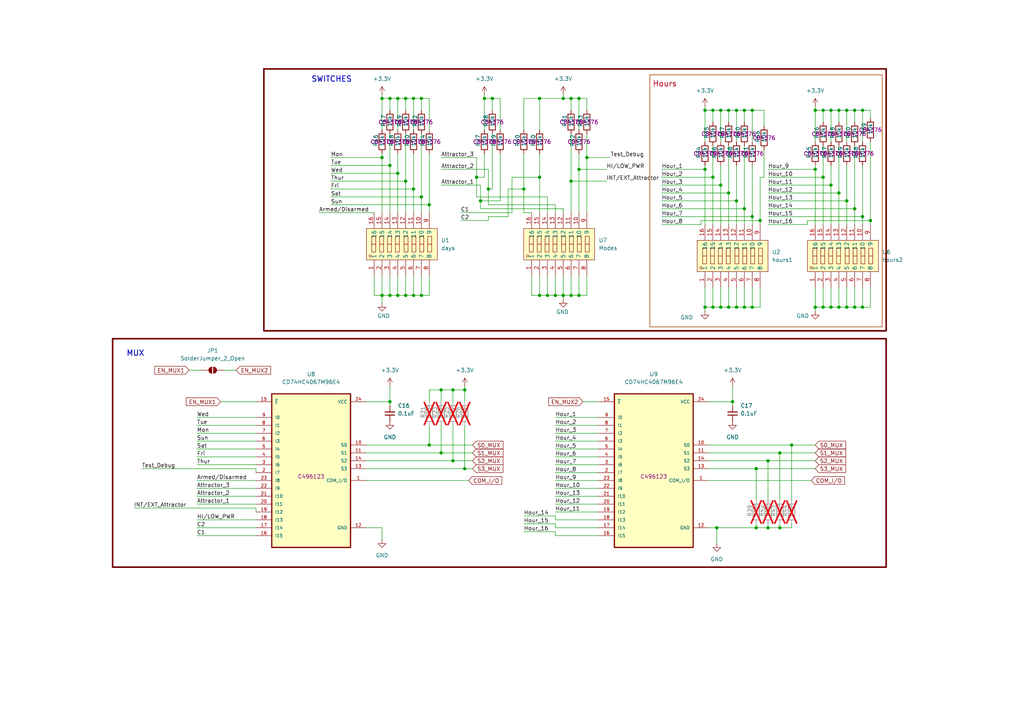
<source format=kicad_sch>
(kicad_sch (version 20250114) (generator "eeschema") (generator_version "9.0")
  (paper "User" 330.2 228.6)
  (rectangle (start 209.55 24.13) (end 284.48 105.41) (stroke (width 0.2032) (color 170 68 0 1)))
  (rectangle (start 36.322 109.22) (end 285.75 182.88) (stroke (width 0.508) (color 110 0 0 1)))
  (rectangle (start 85.09 22.225) (end 285.75 106.68) (stroke (width 0.508) (color 110 0 0 1)))
  (text "MUX\n" (at 43.688 114.046 0) (effects (font (size 1.778 1.778) (thickness 0.254) (bold yes))))
  (text "Hours\n" (at 214.376 27.178 0) (effects (font (size 1.778 1.778) (thickness 0.254) (bold yes))))
  (text "SWITCHES" (at 106.934 25.654 0) (effects (font (size 1.778 1.778) (thickness 0.254) (bold yes))))
  (junction (at 128.27 95.25))
  (junction (at 153.67 57.15))
  (junction (at 168.91 60.96))
  (junction (at 142.24 146.05))
  (junction (at 236.22 129.54))
  (junction (at 243.84 151.13))
  (junction (at 173.99 31.75))
  (junction (at 179.07 95.25))
  (junction (at 267.97 35.56))
  (junction (at 123.19 50.8))
  (junction (at 125.73 95.25))
  (junction (at 267.97 59.69))
  (junction (at 240.03 67.31))
  (junction (at 142.24 125.73))
  (junction (at 231.14 170.18))
  (junction (at 275.59 67.31))
  (junction (at 135.89 95.25))
  (junction (at 273.05 64.77))
  (junction (at 135.89 31.75))
  (junction (at 125.73 129.54))
  (junction (at 123.19 95.25))
  (junction (at 156.21 31.75))
  (junction (at 245.11 71.12))
  (junction (at 280.67 71.12))
  (junction (at 189.23 50.8))
  (junction (at 184.15 95.25))
  (junction (at 273.05 99.06))
  (junction (at 181.61 95.25))
  (junction (at 237.49 99.06))
  (junction (at 135.89 63.5))
  (junction (at 181.61 31.75))
  (junction (at 149.86 125.73))
  (junction (at 138.43 66.04))
  (junction (at 149.86 151.13))
  (junction (at 130.81 58.42))
  (junction (at 154.94 64.77))
  (junction (at 273.05 35.56))
  (junction (at 247.65 170.18))
  (junction (at 158.75 31.75))
  (junction (at 278.13 69.85))
  (junction (at 184.15 58.42))
  (junction (at 173.99 95.25))
  (junction (at 265.43 99.06))
  (junction (at 275.59 99.06))
  (junction (at 227.33 54.61))
  (junction (at 229.87 57.15))
  (junction (at 265.43 35.56))
  (junction (at 128.27 55.88))
  (junction (at 229.87 99.06))
  (junction (at 125.73 31.75))
  (junction (at 186.69 31.75))
  (junction (at 232.41 99.06))
  (junction (at 243.84 170.18))
  (junction (at 234.95 35.56))
  (junction (at 242.57 35.56))
  (junction (at 229.87 35.56))
  (junction (at 130.81 95.25))
  (junction (at 186.69 95.25))
  (junction (at 133.35 95.25))
  (junction (at 133.35 60.96))
  (junction (at 237.49 64.77))
  (junction (at 146.05 148.59))
  (junction (at 128.27 31.75))
  (junction (at 240.03 35.56))
  (junction (at 240.03 99.06))
  (junction (at 242.57 99.06))
  (junction (at 157.48 60.96))
  (junction (at 267.97 99.06))
  (junction (at 278.13 99.06))
  (junction (at 270.51 99.06))
  (junction (at 262.89 54.61))
  (junction (at 262.89 99.06))
  (junction (at 265.43 57.15))
  (junction (at 146.05 125.73))
  (junction (at 125.73 53.34))
  (junction (at 255.27 143.51))
  (junction (at 138.43 143.51))
  (junction (at 232.41 59.69))
  (junction (at 270.51 35.56))
  (junction (at 275.59 35.56))
  (junction (at 262.89 35.56))
  (junction (at 234.95 99.06))
  (junction (at 278.13 35.56))
  (junction (at 232.41 35.56))
  (junction (at 227.33 99.06))
  (junction (at 242.57 69.85))
  (junction (at 133.35 31.75))
  (junction (at 270.51 62.23))
  (junction (at 247.65 148.59))
  (junction (at 234.95 62.23))
  (junction (at 184.15 31.75))
  (junction (at 237.49 35.56))
  (junction (at 251.46 146.05))
  (junction (at 176.53 95.25))
  (junction (at 186.69 54.61))
  (junction (at 123.19 31.75))
  (junction (at 251.46 170.18))
  (junction (at 130.81 31.75))
  (junction (at 227.33 35.56))
  (junction (at 173.99 57.15))
  (wire (pts (xy 242.57 99.06) (xy 245.11 99.06)))
  (wire (pts (xy 228.6 170.18) (xy 231.14 170.18)))
  (wire (pts (xy 270.51 99.06) (xy 267.97 99.06)))
  (wire (pts (xy 184.15 95.25) (xy 181.61 95.25)))
  (wire (pts (xy 179.07 157.48) (xy 193.04 157.48)))
  (wire (pts (xy 157.48 54.61) (xy 157.48 60.96)))
  (wire (pts (xy 118.11 148.59) (xy 146.05 148.59)))
  (wire (pts (xy 275.59 39.37) (xy 275.59 35.56)))
  (wire (pts (xy 270.51 35.56) (xy 267.97 35.56)))
  (wire (pts (xy 186.69 31.75) (xy 184.15 31.75)))
  (wire (pts (xy 148.59 68.58) (xy 165.1 68.58)))
  (wire (pts (xy 171.45 95.25) (xy 173.99 95.25)))
  (wire (pts (xy 243.84 170.18) (xy 247.65 170.18)))
  (wire (pts (xy 138.43 41.91) (xy 138.43 31.75)))
  (wire (pts (xy 130.81 31.75) (xy 128.27 31.75)))
  (wire (pts (xy 142.24 146.05) (xy 152.4 146.05)))
  (wire (pts (xy 181.61 67.31) (xy 181.61 68.58)))
  (wire (pts (xy 161.29 31.75) (xy 158.75 31.75)))
  (wire (pts (xy 165.1 57.15) (xy 173.99 57.15)))
  (wire (pts (xy 189.23 31.75) (xy 186.69 31.75)))
  (wire (pts (xy 229.87 46.99) (xy 229.87 57.15)))
  (wire (pts (xy 243.84 151.13) (xy 243.84 161.29)))
  (wire (pts (xy 154.94 67.31) (xy 181.61 67.31)))
  (wire (pts (xy 242.57 92.71) (xy 242.57 99.06)))
  (wire (pts (xy 232.41 59.69) (xy 232.41 72.39)))
  (wire (pts (xy 156.21 31.75) (xy 156.21 41.91)))
  (wire (pts (xy 228.6 143.51) (xy 255.27 143.51)))
  (wire (pts (xy 153.67 57.15) (xy 153.67 63.5)))
  (wire (pts (xy 227.33 34.29) (xy 227.33 35.56)))
  (wire (pts (xy 260.35 72.39) (xy 260.35 71.12)))
  (wire (pts (xy 168.91 68.58) (xy 171.45 68.58)))
  (wire (pts (xy 247.65 168.91) (xy 247.65 170.18)))
  (wire (pts (xy 236.22 129.54) (xy 236.22 130.81)))
  (wire (pts (xy 118.11 146.05) (xy 142.24 146.05)))
  (wire (pts (xy 149.86 125.73) (xy 146.05 125.73)))
  (wire (pts (xy 260.35 71.12) (xy 280.67 71.12)))
  (wire (pts (xy 142.24 59.69) (xy 154.94 59.69)))
  (wire (pts (xy 275.59 46.99) (xy 275.59 67.31)))
  (wire (pts (xy 232.41 99.06) (xy 229.87 99.06)))
  (wire (pts (xy 213.36 69.85) (xy 242.57 69.85)))
  (wire (pts (xy 106.68 66.04) (xy 138.43 66.04)))
  (wire (pts (xy 231.14 170.18) (xy 231.14 175.26)))
  (wire (pts (xy 229.87 57.15) (xy 229.87 72.39)))
  (wire (pts (xy 118.11 170.18) (xy 123.19 170.18)))
  (wire (pts (xy 242.57 35.56) (xy 246.38 35.56)))
  (wire (pts (xy 275.59 92.71) (xy 275.59 99.06)))
  (wire (pts (xy 168.91 166.37) (xy 179.07 166.37)))
  (wire (pts (xy 267.97 59.69) (xy 267.97 72.39)))
  (wire (pts (xy 242.57 69.85) (xy 242.57 72.39)))
  (wire (pts (xy 229.87 92.71) (xy 229.87 99.06)))
  (wire (pts (xy 267.97 99.06) (xy 265.43 99.06)))
  (wire (pts (xy 106.68 53.34) (xy 125.73 53.34)))
  (wire (pts (xy 148.59 71.12) (xy 157.48 71.12)))
  (wire (pts (xy 186.69 54.61) (xy 186.69 68.58)))
  (wire (pts (xy 123.19 95.25) (xy 123.19 97.79)))
  (wire (pts (xy 154.94 59.69) (xy 154.94 64.77)))
  (wire (pts (xy 125.73 31.75) (xy 125.73 35.56)))
  (wire (pts (xy 226.06 71.12) (xy 245.11 71.12)))
  (wire (pts (xy 179.07 160.02) (xy 193.04 160.02)))
  (wire (pts (xy 237.49 35.56) (xy 237.49 45.72)))
  (wire (pts (xy 184.15 58.42) (xy 184.15 68.58)))
  (wire (pts (xy 173.99 31.75) (xy 181.61 31.75)))
  (wire (pts (xy 168.91 49.53) (xy 168.91 60.96)))
  (wire (pts (xy 184.15 31.75) (xy 181.61 31.75)))
  (wire (pts (xy 251.46 146.05) (xy 262.89 146.05)))
  (wire (pts (xy 237.49 99.06) (xy 234.95 99.06)))
  (wire (pts (xy 63.5 167.64) (xy 82.55 167.64)))
  (wire (pts (xy 273.05 35.56) (xy 275.59 35.56)))
  (wire (pts (xy 278.13 35.56) (xy 278.13 45.72)))
  (wire (pts (xy 273.05 35.56) (xy 273.05 45.72)))
  (wire (pts (xy 163.83 60.96) (xy 168.91 60.96)))
  (wire (pts (xy 251.46 168.91) (xy 251.46 170.18)))
  (wire (pts (xy 255.27 143.51) (xy 255.27 161.29)))
  (wire (pts (xy 273.05 92.71) (xy 273.05 99.06)))
  (wire (pts (xy 245.11 92.71) (xy 245.11 99.06)))
  (wire (pts (xy 242.57 99.06) (xy 240.03 99.06)))
  (wire (pts (xy 275.59 99.06) (xy 273.05 99.06)))
  (wire (pts (xy 120.65 88.9) (xy 120.65 95.25)))
  (wire (pts (xy 133.35 88.9) (xy 133.35 95.25)))
  (wire (pts (xy 133.35 31.75) (xy 133.35 41.91)))
  (wire (pts (xy 262.89 35.56) (xy 262.89 45.72)))
  (wire (pts (xy 173.99 49.53) (xy 173.99 57.15)))
  (wire (pts (xy 240.03 92.71) (xy 240.03 99.06)))
  (wire (pts (xy 273.05 64.77) (xy 273.05 72.39)))
  (wire (pts (xy 157.48 60.96) (xy 157.48 66.04)))
  (wire (pts (xy 125.73 124.46) (xy 125.73 129.54)))
  (wire (pts (xy 278.13 69.85) (xy 278.13 72.39)))
  (wire (pts (xy 149.86 137.16) (xy 149.86 151.13)))
  (wire (pts (xy 179.07 172.72) (xy 193.04 172.72)))
  (wire (pts (xy 255.27 143.51) (xy 262.89 143.51)))
  (wire (pts (xy 154.94 64.77) (xy 161.29 64.77)))
  (wire (pts (xy 280.67 35.56) (xy 280.67 38.1)))
  (wire (pts (xy 240.03 35.56) (xy 242.57 35.56)))
  (wire (pts (xy 246.38 57.15) (xy 245.11 57.15)))
  (wire (pts (xy 82.55 151.13) (xy 82.55 152.4)))
  (wire (pts (xy 228.6 151.13) (xy 243.84 151.13)))
  (wire (pts (xy 267.97 92.71) (xy 267.97 99.06)))
  (wire (pts (xy 63.5 134.62) (xy 82.55 134.62)))
  (wire (pts (xy 227.33 53.34) (xy 227.33 54.61)))
  (wire (pts (xy 179.07 168.91) (xy 179.07 170.18)))
  (wire (pts (xy 63.5 144.78) (xy 82.55 144.78)))
  (wire (pts (xy 173.99 95.25) (xy 176.53 95.25)))
  (wire (pts (xy 273.05 35.56) (xy 270.51 35.56)))
  (wire (pts (xy 71.12 129.54) (xy 82.55 129.54)))
  (wire (pts (xy 138.43 68.58) (xy 138.43 66.04)))
  (wire (pts (xy 173.99 88.9) (xy 173.99 95.25)))
  (wire (pts (xy 130.81 88.9) (xy 130.81 95.25)))
  (wire (pts (xy 243.84 168.91) (xy 243.84 170.18)))
  (wire (pts (xy 226.06 72.39) (xy 226.06 71.12)))
  (wire (pts (xy 242.57 53.34) (xy 242.57 69.85)))
  (wire (pts (xy 125.73 88.9) (xy 125.73 95.25)))
  (wire (pts (xy 135.89 88.9) (xy 135.89 95.25)))
  (wire (pts (xy 157.48 66.04) (xy 179.07 66.04)))
  (wire (pts (xy 138.43 49.53) (xy 138.43 66.04)))
  (wire (pts (xy 229.87 35.56) (xy 229.87 39.37)))
  (wire (pts (xy 179.07 95.25) (xy 181.61 95.25)))
  (wire (pts (xy 232.41 35.56) (xy 232.41 45.72)))
  (wire (pts (xy 251.46 146.05) (xy 251.46 161.29)))
  (wire (pts (xy 270.51 62.23) (xy 270.51 72.39)))
  (wire (pts (xy 262.89 92.71) (xy 262.89 99.06)))
  (wire (pts (xy 179.07 165.1) (xy 193.04 165.1)))
  (wire (pts (xy 130.81 58.42) (xy 130.81 68.58)))
  (wire (pts (xy 63.5 137.16) (xy 82.55 137.16)))
  (wire (pts (xy 247.65 72.39) (xy 260.35 72.39)))
  (wire (pts (xy 168.91 168.91) (xy 179.07 168.91)))
  (wire (pts (xy 106.68 55.88) (xy 128.27 55.88)))
  (wire (pts (xy 179.07 144.78) (xy 193.04 144.78)))
  (wire (pts (xy 179.07 154.94) (xy 193.04 154.94)))
  (wire (pts (xy 186.69 31.75) (xy 186.69 41.91)))
  (wire (pts (xy 186.69 95.25) (xy 184.15 95.25)))
  (wire (pts (xy 142.24 125.73) (xy 138.43 125.73)))
  (wire (pts (xy 125.73 43.18) (xy 125.73 53.34)))
  (wire (pts (xy 63.5 154.94) (xy 82.55 154.94)))
  (wire (pts (xy 133.35 49.53) (xy 133.35 60.96)))
  (wire (pts (xy 153.67 63.5) (xy 176.53 63.5)))
  (wire (pts (xy 234.95 92.71) (xy 234.95 99.06)))
  (wire (pts (xy 158.75 43.18) (xy 158.75 60.96)))
  (wire (pts (xy 189.23 88.9) (xy 189.23 95.25)))
  (wire (pts (xy 135.89 63.5) (xy 135.89 68.58)))
  (wire (pts (xy 63.5 160.02) (xy 82.55 160.02)))
  (wire (pts (xy 243.84 151.13) (xy 262.89 151.13)))
  (wire (pts (xy 267.97 35.56) (xy 267.97 45.72)))
  (wire (pts (xy 125.73 31.75) (xy 123.19 31.75)))
  (wire (pts (xy 270.51 46.99) (xy 270.51 62.23)))
  (wire (pts (xy 158.75 31.75) (xy 158.75 35.56)))
  (wire (pts (xy 280.67 71.12) (xy 280.67 72.39)))
  (wire (pts (xy 128.27 55.88) (xy 128.27 68.58)))
  (wire (pts (xy 179.07 139.7) (xy 193.04 139.7)))
  (wire (pts (xy 231.14 170.18) (xy 243.84 170.18)))
  (wire (pts (xy 229.87 35.56) (xy 227.33 35.56)))
  (wire (pts (xy 153.67 57.15) (xy 156.21 57.15)))
  (wire (pts (xy 161.29 31.75) (xy 161.29 41.91)))
  (wire (pts (xy 213.36 54.61) (xy 227.33 54.61)))
  (wire (pts (xy 265.43 57.15) (xy 265.43 72.39)))
  (wire (pts (xy 146.05 129.54) (xy 146.05 125.73)))
  (wire (pts (xy 157.48 69.85) (xy 157.48 71.12)))
  (wire (pts (xy 232.41 35.56) (xy 229.87 35.56)))
  (wire (pts (xy 247.65 69.85) (xy 278.13 69.85)))
  (wire (pts (xy 237.49 53.34) (xy 237.49 64.77)))
  (wire (pts (xy 228.6 146.05) (xy 251.46 146.05)))
  (wire (pts (xy 102.87 68.58) (xy 120.65 68.58)))
  (wire (pts (xy 229.87 99.06) (xy 227.33 99.06)))
  (wire (pts (xy 196.85 50.8) (xy 189.23 50.8)))
  (wire (pts (xy 138.43 95.25) (xy 135.89 95.25)))
  (wire (pts (xy 161.29 49.53) (xy 161.29 64.77)))
  (wire (pts (xy 179.07 137.16) (xy 193.04 137.16)))
  (wire (pts (xy 280.67 45.72) (xy 280.67 71.12)))
  (wire (pts (xy 184.15 88.9) (xy 184.15 95.25)))
  (wire (pts (xy 120.65 95.25) (xy 123.19 95.25)))
  (wire (pts (xy 186.69 88.9) (xy 186.69 95.25)))
  (wire (pts (xy 76.2 119.38) (xy 72.39 119.38)))
  (wire (pts (xy 195.58 54.61) (xy 186.69 54.61)))
  (wire (pts (xy 118.11 151.13) (xy 149.86 151.13)))
  (wire (pts (xy 63.5 149.86) (xy 82.55 149.86)))
  (wire (pts (xy 278.13 99.06) (xy 278.13 92.71)))
  (wire (pts (xy 265.43 46.99) (xy 265.43 57.15)))
  (wire (pts (xy 227.33 35.56) (xy 227.33 45.72)))
  (wire (pts (xy 232.41 53.34) (xy 232.41 59.69)))
  (wire (pts (xy 142.24 50.8) (xy 153.67 50.8)))
  (wire (pts (xy 142.24 129.54) (xy 142.24 125.73)))
  (wire (pts (xy 135.89 95.25) (xy 133.35 95.25)))
  (wire (pts (xy 246.38 35.56) (xy 246.38 40.64)))
  (wire (pts (xy 118.11 129.54) (xy 125.73 129.54)))
  (wire (pts (xy 213.36 57.15) (xy 229.87 57.15)))
  (wire (pts (xy 173.99 31.75) (xy 173.99 41.91)))
  (wire (pts (xy 176.53 88.9) (xy 176.53 95.25)))
  (wire (pts (xy 273.05 53.34) (xy 273.05 64.77)))
  (wire (pts (xy 128.27 95.25) (xy 125.73 95.25)))
  (wire (pts (xy 118.11 154.94) (xy 151.13 154.94)))
  (wire (pts (xy 237.49 92.71) (xy 237.49 99.06)))
  (wire (pts (xy 278.13 99.06) (xy 280.67 99.06)))
  (wire (pts (xy 227.33 99.06) (xy 227.33 100.33)))
  (wire (pts (xy 237.49 64.77) (xy 237.49 72.39)))
  (wire (pts (xy 236.22 124.46) (xy 236.22 129.54)))
  (wire (pts (xy 157.48 60.96) (xy 158.75 60.96)))
  (wire (pts (xy 262.89 53.34) (xy 262.89 54.61)))
  (wire (pts (xy 168.91 31.75) (xy 168.91 41.91)))
  (wire (pts (xy 179.07 171.45) (xy 179.07 172.72)))
  (wire (pts (xy 228.6 154.94) (xy 261.62 154.94)))
  (wire (pts (xy 138.43 143.51) (xy 152.4 143.51)))
  (wire (pts (xy 128.27 31.75) (xy 128.27 41.91)))
  (wire (pts (xy 171.45 88.9) (xy 171.45 95.25)))
  (wire (pts (xy 157.48 69.85) (xy 163.83 69.85)))
  (wire (pts (xy 189.23 95.25) (xy 186.69 95.25)))
  (wire (pts (xy 267.97 53.34) (xy 267.97 59.69)))
  (wire (pts (xy 123.19 31.75) (xy 123.19 41.91)))
  (wire (pts (xy 130.81 43.18) (xy 130.81 58.42)))
  (wire (pts (xy 246.38 48.26) (xy 246.38 57.15)))
  (wire (pts (xy 138.43 129.54) (xy 138.43 125.73)))
  (wire (pts (xy 247.65 64.77) (xy 273.05 64.77)))
  (wire (pts (xy 240.03 39.37) (xy 240.03 35.56)))
  (wire (pts (xy 168.91 60.96) (xy 168.91 68.58)))
  (wire (pts (xy 189.23 31.75) (xy 189.23 35.56)))
  (wire (pts (xy 123.19 170.18) (xy 123.19 173.99)))
  (wire (pts (xy 179.07 149.86) (xy 193.04 149.86)))
  (wire (pts (xy 146.05 148.59) (xy 152.4 148.59)))
  (wire (pts (xy 232.41 92.71) (xy 232.41 99.06)))
  (wire (pts (xy 123.19 49.53) (xy 123.19 50.8)))
  (wire (pts (xy 179.07 66.04) (xy 179.07 68.58)))
  (wire (pts (xy 179.07 88.9) (xy 179.07 95.25)))
  (wire (pts (xy 63.5 170.18) (xy 82.55 170.18)))
  (wire (pts (xy 265.43 99.06) (xy 262.89 99.06)))
  (wire (pts (xy 179.07 166.37) (xy 179.07 167.64)))
  (wire (pts (xy 142.24 137.16) (xy 142.24 146.05)))
  (wire (pts (xy 165.1 68.58) (xy 165.1 57.15)))
  (wire (pts (xy 262.89 34.29) (xy 262.89 35.56)))
  (wire (pts (xy 82.55 163.83) (xy 82.55 165.1)))
  (wire (pts (xy 128.27 49.53) (xy 128.27 55.88)))
  (wire (pts (xy 242.57 45.72) (xy 242.57 35.56)))
  (wire (pts (xy 213.36 64.77) (xy 237.49 64.77)))
  (wire (pts (xy 234.95 35.56) (xy 232.41 35.56)))
  (wire (pts (xy 118.11 143.51) (xy 138.43 143.51)))
  (wire (pts (xy 179.07 142.24) (xy 193.04 142.24)))
  (wire (pts (xy 128.27 88.9) (xy 128.27 95.25)))
  (wire (pts (xy 106.68 63.5) (xy 135.89 63.5)))
  (wire (pts (xy 142.24 125.73) (xy 146.05 125.73)))
  (wire (pts (xy 262.89 54.61) (xy 262.89 72.39)))
  (wire (pts (xy 187.96 129.54) (xy 193.04 129.54)))
  (wire (pts (xy 213.36 59.69) (xy 232.41 59.69)))
  (wire (pts (xy 227.33 92.71) (xy 227.33 99.06)))
  (wire (pts (xy 43.18 163.83) (xy 82.55 163.83)))
  (wire (pts (xy 133.35 31.75) (xy 130.81 31.75)))
  (wire (pts (xy 184.15 43.18) (xy 184.15 58.42)))
  (wire (pts (xy 146.05 137.16) (xy 146.05 148.59)))
  (wire (pts (xy 123.19 30.48) (xy 123.19 31.75)))
  (wire (pts (xy 179.07 170.18) (xy 193.04 170.18)))
  (wire (pts (xy 63.5 157.48) (xy 82.55 157.48)))
  (wire (pts (xy 234.95 99.06) (xy 232.41 99.06)))
  (wire (pts (xy 265.43 92.71) (xy 265.43 99.06)))
  (wire (pts (xy 247.65 148.59) (xy 262.89 148.59)))
  (wire (pts (xy 106.68 58.42) (xy 130.81 58.42)))
  (wire (pts (xy 106.68 50.8) (xy 123.19 50.8)))
  (wire (pts (xy 234.95 46.99) (xy 234.95 62.23)))
  (wire (pts (xy 184.15 31.75) (xy 184.15 35.56)))
  (wire (pts (xy 138.43 137.16) (xy 138.43 143.51)))
  (wire (pts (xy 179.07 147.32) (xy 193.04 147.32)))
  (wire (pts (xy 278.13 35.56) (xy 280.67 35.56)))
  (wire (pts (xy 179.07 162.56) (xy 193.04 162.56)))
  (wire (pts (xy 189.23 43.18) (xy 189.23 50.8)))
  (wire (pts (xy 240.03 99.06) (xy 237.49 99.06)))
  (wire (pts (xy 179.07 134.62) (xy 193.04 134.62)))
  (wire (pts (xy 153.67 50.8) (xy 153.67 57.15)))
  (wire (pts (xy 135.89 43.18) (xy 135.89 63.5)))
  (wire (pts (xy 133.35 31.75) (xy 135.89 31.75)))
  (wire (pts (xy 163.83 69.85) (xy 163.83 60.96)))
  (wire (pts (xy 63.5 142.24) (xy 82.55 142.24)))
  (wire (pts (xy 168.91 171.45) (xy 179.07 171.45)))
  (wire (pts (xy 176.53 63.5) (xy 176.53 68.58)))
  (wire (pts (xy 154.94 64.77) (xy 154.94 67.31)))
  (wire (pts (xy 227.33 54.61) (xy 227.33 72.39)))
  (wire (pts (xy 135.89 31.75) (xy 138.43 31.75)))
  (wire (pts (xy 270.51 35.56) (xy 270.51 39.37)))
  (wire (pts (xy 130.81 95.25) (xy 128.27 95.25)))
  (wire (pts (xy 213.36 62.23) (xy 234.95 62.23)))
  (wire (pts (xy 251.46 170.18) (xy 255.27 170.18)))
  (wire (pts (xy 247.65 67.31) (xy 275.59 67.31)))
  (wire (pts (xy 130.81 31.75) (xy 130.81 35.56)))
  (wire (pts (xy 275.59 99.06) (xy 278.13 99.06)))
  (wire (pts (xy 149.86 124.46) (xy 149.86 125.73)))
  (wire (pts (xy 267.97 35.56) (xy 265.43 35.56)))
  (wire (pts (xy 149.86 129.54) (xy 149.86 125.73)))
  (wire (pts (xy 138.43 88.9) (xy 138.43 95.25)))
  (wire (pts (xy 158.75 31.75) (xy 156.21 31.75)))
  (wire (pts (xy 125.73 95.25) (xy 123.19 95.25)))
  (wire (pts (xy 265.43 35.56) (xy 262.89 35.56)))
  (wire (pts (xy 125.73 129.54) (xy 125.73 130.81)))
  (wire (pts (xy 173.99 31.75) (xy 168.91 31.75)))
  (wire (pts (xy 189.23 50.8) (xy 189.23 68.58)))
  (wire (pts (xy 63.5 147.32) (xy 82.55 147.32)))
  (wire (pts (xy 234.95 62.23) (xy 234.95 72.39)))
  (wire (pts (xy 228.6 148.59) (xy 247.65 148.59)))
  (wire (pts (xy 247.65 59.69) (xy 267.97 59.69)))
  (wire (pts (xy 247.65 148.59) (xy 247.65 161.29)))
  (wire (pts (xy 240.03 67.31) (xy 240.03 72.39)))
  (wire (pts (xy 228.6 129.54) (xy 236.22 129.54)))
  (wire (pts (xy 142.24 54.61) (xy 157.48 54.61)))
  (wire (pts (xy 135.89 35.56) (xy 135.89 31.75)))
  (wire (pts (xy 63.5 162.56) (xy 82.55 162.56)))
  (wire (pts (xy 63.5 139.7) (xy 82.55 139.7)))
  (wire (pts (xy 237.49 35.56) (xy 240.03 35.56)))
  (wire (pts (xy 123.19 88.9) (xy 123.19 95.25)))
  (wire (pts (xy 213.36 67.31) (xy 240.03 67.31)))
  (wire (pts (xy 234.95 35.56) (xy 234.95 39.37)))
  (wire (pts (xy 245.11 57.15) (xy 245.11 71.12)))
  (wire (pts (xy 133.35 95.25) (xy 130.81 95.25)))
  (wire (pts (xy 106.68 60.96) (xy 133.35 60.96)))
  (wire (pts (xy 125.73 53.34) (xy 125.73 68.58)))
  (wire (pts (xy 123.19 50.8) (xy 123.19 68.58)))
  (wire (pts (xy 278.13 53.34) (xy 278.13 69.85)))
  (wire (pts (xy 128.27 31.75) (xy 125.73 31.75)))
  (wire (pts (xy 247.65 54.61) (xy 262.89 54.61)))
  (wire (pts (xy 173.99 57.15) (xy 173.99 68.58)))
  (wire (pts (xy 186.69 49.53) (xy 186.69 54.61)))
  (wire (pts (xy 247.65 57.15) (xy 265.43 57.15)))
  (wire (pts (xy 280.67 99.06) (xy 280.67 92.71)))
  (wire (pts (xy 133.35 60.96) (xy 133.35 68.58)))
  (wire (pts (xy 156.21 30.48) (xy 156.21 31.75)))
  (wire (pts (xy 45.72 151.13) (xy 82.55 151.13)))
  (wire (pts (xy 247.65 62.23) (xy 270.51 62.23)))
  (wire (pts (xy 60.96 119.38) (xy 64.77 119.38)))
  (wire (pts (xy 181.61 95.25) (xy 181.61 96.52)))
  (wire (pts (xy 63.5 172.72) (xy 82.55 172.72)))
  (wire (pts (xy 237.49 35.56) (xy 234.95 35.56)))
  (wire (pts (xy 179.07 152.4) (xy 193.04 152.4)))
  (wire (pts (xy 255.27 170.18) (xy 255.27 168.91)))
  (wire (pts (xy 262.89 99.06) (xy 262.89 100.33)))
  (wire (pts (xy 181.61 88.9) (xy 181.61 95.25)))
  (wire (pts (xy 270.51 92.71) (xy 270.51 99.06)))
  (wire (pts (xy 176.53 95.25) (xy 179.07 95.25)))
  (wire (pts (xy 275.59 67.31) (xy 275.59 72.39)))
  (wire (pts (xy 247.65 170.18) (xy 251.46 170.18)))
  (wire (pts (xy 179.07 167.64) (xy 193.04 167.64)))
  (wire (pts (xy 156.21 49.53) (xy 156.21 57.15)))
  (wire (pts (xy 181.61 30.48) (xy 181.61 31.75)))
  (wire (pts (xy 265.43 35.56) (xy 265.43 39.37)))
  (wire (pts (xy 240.03 46.99) (xy 240.03 67.31)))
  (wire (pts (xy 195.58 58.42) (xy 184.15 58.42)))
  (wire (pts (xy 149.86 151.13) (xy 152.4 151.13)))
  (wire (pts (xy 273.05 99.06) (xy 270.51 99.06)))
  (wire (pts (xy 245.11 71.12) (xy 245.11 72.39)))
  (wire (pts (xy 275.59 35.56) (xy 278.13 35.56)))
  (wire (pts (xy 213.36 72.39) (xy 226.06 72.39)))
  (label "Tue" (at 106.68 53.34 0))
  (label "Mon" (at 106.68 50.8 0))
  (label "INT{slash}EXT_Attractor" (at 43.18 163.83 0))
  (label "Hour_4" (at 213.36 62.23 0))
  (label "Hour_9" (at 247.65 54.61 0))
  (label "Attractor_2" (at 63.5 160.02 0))
  (label "Thur" (at 106.68 58.42 0))
  (label "C1" (at 63.5 172.72 0))
  (label "Hour_12" (at 179.07 162.56 0))
  (label "Hour_2" (at 179.07 137.16 0))
  (label "Hour_9" (at 179.07 154.94 0))
  (label "Thur" (at 63.5 149.86 0))
  (label "Hour_5" (at 179.07 144.78 0))
  (label "Hour_8" (at 179.07 152.4 0))
  (label "Hour_14" (at 168.91 166.37 0))
  (label "Wed" (at 63.5 134.62 0))
  (label "Hour_15" (at 168.91 168.91 0))
  (label "Wed" (at 106.68 55.88 0))
  (label "Hour_2" (at 213.36 57.15 0))
  (label "Armed{slash}Disarmed" (at 63.5 154.94 0))
  (label "Hour_16" (at 247.65 72.39 0))
  (label "Hour_16" (at 168.91 171.45 0))
  (label "Hour_7" (at 179.07 149.86 0))
  (label "INT{slash}EXT_Attractor" (at 195.58 58.42 0))
  (label "C1" (at 148.59 68.58 0))
  (label "C2" (at 148.59 71.12 0))
  (label "Hour_6" (at 213.36 67.31 0))
  (label "Hour_8" (at 213.36 72.39 0))
  (label "Hour_12" (at 247.65 62.23 0))
  (label "Sun" (at 106.68 66.04 0))
  (label "HI{slash}LOW_PWR" (at 195.58 54.61 0))
  (label "C2" (at 63.5 170.18 0))
  (label "Hour_7" (at 213.36 69.85 0))
  (label "Armed{slash}Disarmed" (at 102.87 68.58 0))
  (label "Hour_15" (at 247.65 69.85 0))
  (label "Hour_13" (at 247.65 64.77 0))
  (label "Hour_10" (at 179.07 157.48 0))
  (label "Sat" (at 106.68 63.5 0))
  (label "Hour_10" (at 247.65 57.15 0))
  (label "Attractor_1" (at 142.24 59.69 0))
  (label "Hour_11" (at 179.07 165.1 0))
  (label "Mon" (at 63.5 139.7 0))
  (label "Hour_1" (at 179.07 134.62 0))
  (label "Attractor_2" (at 142.24 54.61 0))
  (label "Fri" (at 63.5 147.32 0))
  (label "Hour_5" (at 213.36 64.77 0))
  (label "Sun" (at 63.5 142.24 0))
  (label "Sat" (at 63.5 144.78 0))
  (label "Test_Debug" (at 45.72 151.13 0))
  (label "Attractor_3" (at 63.5 157.48 0))
  (label "Hour_13" (at 179.07 160.02 0))
  (label "Test_Debug" (at 196.85 50.8 0))
  (label "HI{slash}LOW_PWR" (at 63.5 167.64 0))
  (label "Hour_3" (at 179.07 139.7 0))
  (label "Hour_11" (at 247.65 59.69 0))
  (label "Attractor_3" (at 142.24 50.8 0))
  (label "Hour_14" (at 247.65 67.31 0))
  (label "Fri" (at 106.68 60.96 0))
  (label "Hour_6" (at 179.07 147.32 0))
  (label "Attractor_1" (at 63.5 162.56 0))
  (label "Hour_4" (at 179.07 142.24 0))
  (label "Hour_1" (at 213.36 54.61 0))
  (label "Tue" (at 63.5 137.16 0))
  (label "Hour_3" (at 213.36 59.69 0))
  (global_label "S2_MUX" (shape input) (at 262.89 148.59 0) (property "Intersheetrefs" "${INTERSHEET_REFS}" (effects (hide yes))))
  (global_label "S1_MUX" (shape input) (at 152.4 146.05 0) (property "Intersheetrefs" "${INTERSHEET_REFS}" (effects (hide yes))))
  (global_label "S2_MUX" (shape input) (at 152.4 148.59 0) (property "Intersheetrefs" "${INTERSHEET_REFS}" (effects (hide yes))))
  (global_label "EN_MUX1" (shape input) (at 71.12 129.54 180) (property "Intersheetrefs" "${INTERSHEET_REFS}" (effects (hide yes))))
  (global_label "EN_MUX1" (shape input) (at 60.96 119.38 180) (property "Intersheetrefs" "${INTERSHEET_REFS}" (effects (hide yes))))
  (global_label "S1_MUX" (shape input) (at 262.89 146.05 0) (property "Intersheetrefs" "${INTERSHEET_REFS}" (effects (hide yes))))
  (global_label "COM_I{slash}O" (shape input) (at 151.13 154.94 0) (property "Intersheetrefs" "${INTERSHEET_REFS}" (effects (hide yes))))
  (global_label "EN_MUX2" (shape input) (at 187.96 129.54 180) (property "Intersheetrefs" "${INTERSHEET_REFS}" (effects (hide yes))))
  (global_label "S3_MUX" (shape input) (at 152.4 151.13 0) (property "Intersheetrefs" "${INTERSHEET_REFS}" (effects (hide yes))))
  (global_label "COM_I{slash}O" (shape input) (at 261.62 154.94 0) (property "Intersheetrefs" "${INTERSHEET_REFS}" (effects (hide yes))))
  (global_label "S3_MUX" (shape input) (at 262.89 151.13 0) (property "Intersheetrefs" "${INTERSHEET_REFS}" (effects (hide yes))))
  (global_label "S0_MUX" (shape input) (at 152.4 143.51 0) (property "Intersheetrefs" "${INTERSHEET_REFS}" (effects (hide yes))))
  (global_label "S0_MUX" (shape input) (at 262.89 143.51 0) (property "Intersheetrefs" "${INTERSHEET_REFS}" (effects (hide yes))))
  (global_label "EN_MUX2" (shape input) (at 76.2 119.38 0) (property "Intersheetrefs" "${INTERSHEET_REFS}" (effects (hide yes))))
  (symbol (lib_id "Device:R") (at 138.43 45.72 0) (unit 1)
    (property "Reference" "R24" (at 136.398 47.244 90) (effects (justify left)))
    (property "Value" "10k" (at 138.43 47.244 90) (effects (justify left)))
    (property "Footprint" "Resistor_SMD:R_0805_2012Metric" (effects (hide yes)))
    (property "Description" "Resistor" (effects (hide yes)))
    (property "Digikey Part No" "RR12P10.0KDTR-ND" (effects (hide yes)))
    (property "LCSC Part no " "C84376" (at 138.43 45.72 0))
  )
  (symbol (lib_id "Device:R") (at 138.43 133.35 0) (unit 1) (dnp yes)
    (property "Reference" "R21" (at 136.398 134.874 90) (effects (justify left)))
    (property "Value" "DNP" (at 138.43 134.874 90) (effects (justify left)))
    (property "Footprint" "Resistor_SMD:R_0805_2012Metric" (effects (hide yes)))
    (property "Description" "Resistor" (effects (hide yes)))
  )
  (symbol (lib_id "Device:R") (at 232.41 49.53 0) (unit 1)
    (property "Reference" "R36" (at 230.378 51.054 90) (effects (justify left)))
    (property "Value" "10k" (at 232.41 51.054 90) (effects (justify left)))
    (property "Footprint" "Resistor_SMD:R_0805_2012Metric" (effects (hide yes)))
    (property "Description" "Resistor" (effects (hide yes)))
    (property "Digikey Part No" "RR12P10.0KDTR-ND" (effects (hide yes)))
    (property "LCSC Part no " "C84376" (at 232.41 49.53 0))
  )
  (symbol (lib_id "Device:R") (at 273.05 49.53 0) (unit 1)
    (property "Reference" "R49" (at 271.018 51.054 90) (effects (justify left)))
    (property "Value" "10k" (at 273.05 51.054 90) (effects (justify left)))
    (property "Footprint" "Resistor_SMD:R_0805_2012Metric" (effects (hide yes)))
    (property "Description" "Resistor" (effects (hide yes)))
    (property "Digikey Part No" "RR12P10.0KDTR-ND" (effects (hide yes)))
    (property "LCSC Part no " "C84376" (at 273.05 49.53 0))
  )
  (symbol (lib_id "Device:R") (at 158.75 39.37 0) (unit 1)
    (property "Reference" "R28" (at 156.718 40.894 90) (effects (justify left)))
    (property "Value" "10k" (at 158.75 40.894 90) (effects (justify left)))
    (property "Footprint" "Resistor_SMD:R_0805_2012Metric" (effects (hide yes)))
    (property "Description" "Resistor" (effects (hide yes)))
    (property "Digikey Part No" "RR12P10.0KDTR-ND" (effects (hide yes)))
    (property "LCSC Part no " "C84376" (at 158.75 39.37 0))
  )
  (symbol (lib_id "Device:R") (at 186.69 45.72 0) (unit 1)
    (property "Reference" "R32" (at 184.658 47.244 90) (effects (justify left)))
    (property "Value" "10k" (at 186.69 47.244 90) (effects (justify left)))
    (property "Footprint" "Resistor_SMD:R_0805_2012Metric" (effects (hide yes)))
    (property "Description" "Resistor" (effects (hide yes)))
    (property "Digikey Part No" "RR12P10.0KDTR-ND" (effects (hide yes)))
    (property "LCSC Part no " "C84376" (at 186.69 45.72 0))
  )
  (symbol (lib_id "Device:R") (at 275.59 43.18 0) (unit 1)
    (property "Reference" "R50" (at 273.558 44.704 90) (effects (justify left)))
    (property "Value" "10k" (at 275.59 44.704 90) (effects (justify left)))
    (property "Footprint" "Resistor_SMD:R_0805_2012Metric" (effects (hide yes)))
    (property "Description" "Resistor" (effects (hide yes)))
    (property "Digikey Part No" "RR12P10.0KDTR-ND" (effects (hide yes)))
    (property "LCSC Part no " "C84376" (at 275.59 43.18 0))
  )
  (symbol (lib_id "Device:R") (at 270.51 43.18 0) (unit 1)
    (property "Reference" "R48" (at 268.478 44.704 90) (effects (justify left)))
    (property "Value" "10k" (at 270.51 44.704 90) (effects (justify left)))
    (property "Footprint" "Resistor_SMD:R_0805_2012Metric" (effects (hide yes)))
    (property "Description" "Resistor" (effects (hide yes)))
    (property "Digikey Part No" "RR12P10.0KDTR-ND" (effects (hide yes)))
    (property "LCSC Part no " "C84376" (at 270.51 43.18 0))
  )
  (symbol (lib_id "power:GND") (at 227.33 100.33 0) (unit 1)
    (property "Reference" "#PWR071" (effects (hide yes)))
    (property "Value" "GND" (at 221.488 102.362 0))
    (property "Description" "Power symbol creates a global label with name \"GND\" , ground" (effects (hide yes)))
  )
  (symbol (lib_id "power:GND") (at 181.61 96.52 0) (unit 1)
    (property "Reference" "#PWR068" (effects (hide yes)))
    (property "Value" "GND" (at 181.356 100.584 0))
    (property "Description" "Power symbol creates a global label with name \"GND\" , ground" (effects (hide yes)))
  )
  (symbol (lib_id "Device:R") (at 149.86 133.35 0) (unit 1) (dnp yes)
    (property "Reference" "R26" (at 147.828 134.874 90) (effects (justify left)))
    (property "Value" "DNP" (at 149.86 134.874 90) (effects (justify left)))
    (property "Footprint" "Resistor_SMD:R_0805_2012Metric" (effects (hide yes)))
    (property "Description" "Resistor" (effects (hide yes)))
  )
  (symbol (lib_id "power:+3.3V") (at 156.21 30.48 0) (unit 1)
    (property "Reference" "#PWR065" (effects (hide yes)))
    (property "Value" "+3.3V" (at 156.21 25.4 0))
    (property "Description" "Power symbol creates a global label with name \"+3.3V\"" (effects (hide yes)))
  )
  (symbol (lib_id "Device:R") (at 130.81 39.37 0) (unit 1)
    (property "Reference" "R19" (at 128.778 40.894 90) (effects (justify left)))
    (property "Value" "10k" (at 130.81 40.894 90) (effects (justify left)))
    (property "Footprint" "Resistor_SMD:R_0805_2012Metric" (effects (hide yes)))
    (property "Description" "Resistor" (effects (hide yes)))
    (property "Digikey Part No" "RR12P10.0KDTR-ND" (effects (hide yes)))
    (property "LCSC Part no " "C84376" (at 130.81 39.37 0))
  )
  (symbol (lib_id "power:+3.3V") (at 262.89 34.29 0) (unit 1)
    (property "Reference" "#PWR074" (effects (hide yes)))
    (property "Value" "+3.3V" (at 262.89 29.21 0))
    (property "Description" "Power symbol creates a global label with name \"+3.3V\"" (effects (hide yes)))
  )
  (symbol (lib_id "Device:R") (at 255.27 165.1 0) (unit 1) (dnp yes)
    (property "Reference" "R44" (at 253.238 166.624 90) (effects (justify left)))
    (property "Value" "DNP" (at 255.27 166.624 90) (effects (justify left)))
    (property "Footprint" "Resistor_SMD:R_0805_2012Metric" (effects (hide yes)))
    (property "Description" "Resistor" (effects (hide yes)))
  )
  (symbol (lib_id "CD74HC4067M96E4:CD74HC4067M96E4") (at 100.33 153.67 0) (unit 1)
    (property "Reference" "U8" (at 100.33 120.65 0))
    (property "Value" "CD74HC4067M96E4" (at 100.33 123.19 0))
    (property "Footprint" "CD74HC4067M96E4:SOIC127P1030X265-24N" (effects (hide yes)))
    (property "Description_1" "5-V, 16:1, 1-channel analog multiplexer 24-SOIC -55 to 125" (effects (hide yes)))
    (property "Package" "SOIC-24 " (effects (hide yes)))
    (property "Digikey Part No" "CD74HC4067M96E4-ND" (effects (hide yes)))
    (property "LCSC Part no " "C496123" (at 100.33 153.67 0))
  )
  (symbol (lib_id "Device:R") (at 128.27 45.72 0) (unit 1)
    (property "Reference" "R18" (at 126.238 47.244 90) (effects (justify left)))
    (property "Value" "10k" (at 128.27 47.244 90) (effects (justify left)))
    (property "Footprint" "Resistor_SMD:R_0805_2012Metric" (effects (hide yes)))
    (property "Description" "Resistor" (effects (hide yes)))
    (property "Digikey Part No" "RR12P10.0KDTR-ND" (effects (hide yes)))
    (property "LCSC Part no " "C84376" (at 128.27 45.72 0))
  )
  (symbol (lib_id "power:+3.3V") (at 227.33 34.29 0) (unit 1)
    (property "Reference" "#PWR070" (effects (hide yes)))
    (property "Value" "+3.3V" (at 227.33 29.21 0))
    (property "Description" "Power symbol creates a global label with name \"+3.3V\"" (effects (hide yes)))
  )
  (symbol (lib_id "Device:R") (at 189.23 39.37 0) (unit 1)
    (property "Reference" "R33" (at 187.198 40.894 90) (effects (justify left)))
    (property "Value" "10k" (at 189.23 40.894 90) (effects (justify left)))
    (property "Footprint" "Resistor_SMD:R_0805_2012Metric" (effects (hide yes)))
    (property "Description" "Resistor" (effects (hide yes)))
    (property "Digikey Part No" "RR12P10.0KDTR-ND" (effects (hide yes)))
    (property "LCSC Part no " "C84376" (at 189.23 39.37 0))
  )
  (symbol (lib_id "Device:R") (at 184.15 39.37 0) (unit 1)
    (property "Reference" "R31" (at 182.118 40.894 90) (effects (justify left)))
    (property "Value" "10k" (at 184.15 40.894 90) (effects (justify left)))
    (property "Footprint" "Resistor_SMD:R_0805_2012Metric" (effects (hide yes)))
    (property "Description" "Resistor" (effects (hide yes)))
    (property "Digikey Part No" "RR12P10.0KDTR-ND" (effects (hide yes)))
    (property "LCSC Part no " "C84376" (at 184.15 39.37 0))
  )
  (symbol (lib_id "Device:R") (at 247.65 165.1 0) (unit 1) (dnp yes)
    (property "Reference" "R42" (at 245.618 166.624 90) (effects (justify left)))
    (property "Value" "DNP" (at 247.65 166.624 90) (effects (justify left)))
    (property "Footprint" "Resistor_SMD:R_0805_2012Metric" (effects (hide yes)))
    (property "Description" "Resistor" (effects (hide yes)))
  )
  (symbol (lib_id "Device:C_Small") (at 125.73 133.35 180) (unit 1)
    (property "Reference" "C16" (at 128.27 130.8035 0) (effects (justify right)))
    (property "Value" "0.1uF" (at 128.27 133.3435 0) (effects (justify right)))
    (property "Footprint" "Capacitor_SMD:C_0805_2012Metric" (effects (hide yes)))
    (property "Description" "Unpolarized capacitor, small symbol" (effects (hide yes)))
    (property "Digikey Part No" "311-1140-2-ND" (effects (hide yes)))
    (property "LCSC Part no " "C49678" (effects (hide yes)))
  )
  (symbol (lib_id "power:GND") (at 125.73 135.89 0) (unit 1)
    (property "Reference" "#PWR061" (effects (hide yes)))
    (property "Value" "GND" (at 125.73 140.97 0))
    (property "Description" "Power symbol creates a global label with name \"GND\" , ground" (effects (hide yes)))
  )
  (symbol (lib_id "power:+3.3V") (at 123.19 30.48 0) (unit 1)
    (property "Reference" "#PWR062" (effects (hide yes)))
    (property "Value" "+3.3V" (at 123.19 25.4 0))
    (property "Description" "Power symbol creates a global label with name \"+3.3V\"" (effects (hide yes)))
  )
  (symbol (lib_id "Device:R") (at 227.33 49.53 0) (unit 1)
    (property "Reference" "R34" (at 225.298 51.054 90) (effects (justify left)))
    (property "Value" "10k" (at 227.33 51.054 90) (effects (justify left)))
    (property "Footprint" "Resistor_SMD:R_0805_2012Metric" (effects (hide yes)))
    (property "Description" "Resistor" (effects (hide yes)))
    (property "Digikey Part No" "RR12P10.0KDTR-ND" (effects (hide yes)))
    (property "LCSC Part no " "C84376" (at 227.33 49.53 0))
  )
  (symbol (lib_id "power:GND") (at 123.19 173.99 0) (unit 1)
    (property "Reference" "#PWR059" (effects (hide yes)))
    (property "Value" "GND" (at 123.19 179.07 0))
    (property "Description" "Power symbol creates a global label with name \"GND\" , ground" (effects (hide yes)))
  )
  (symbol (lib_id "Device:R") (at 133.35 45.72 0) (unit 1)
    (property "Reference" "R20" (at 131.318 47.244 90) (effects (justify left)))
    (property "Value" "10k" (at 133.35 47.244 90) (effects (justify left)))
    (property "Footprint" "Resistor_SMD:R_0805_2012Metric" (effects (hide yes)))
    (property "Description" "Resistor" (effects (hide yes)))
    (property "Digikey Part No" "RR12P10.0KDTR-ND" (effects (hide yes)))
    (property "LCSC Part no " "C84376" (at 133.35 45.72 0))
  )
  (symbol (lib_id "Device:R") (at 267.97 49.53 0) (unit 1)
    (property "Reference" "R47" (at 265.938 51.054 90) (effects (justify left)))
    (property "Value" "10k" (at 267.97 51.054 90) (effects (justify left)))
    (property "Footprint" "Resistor_SMD:R_0805_2012Metric" (effects (hide yes)))
    (property "Description" "Resistor" (effects (hide yes)))
    (property "Digikey Part No" "RR12P10.0KDTR-ND" (effects (hide yes)))
    (property "LCSC Part no " "C84376" (at 267.97 49.53 0))
  )
  (symbol (lib_id "Device:R") (at 251.46 165.1 0) (unit 1) (dnp yes)
    (property "Reference" "R43" (at 249.428 166.624 90) (effects (justify left)))
    (property "Value" "DNP" (at 251.46 166.624 90) (effects (justify left)))
    (property "Footprint" "Resistor_SMD:R_0805_2012Metric" (effects (hide yes)))
    (property "Description" "Resistor" (effects (hide yes)))
  )
  (symbol (lib_id "easyeda2kicad:SMQS-08R-TP") (at 273.05 82.55 0) (unit 1)
    (property "Reference" "U6" (at 284.48 81.2799 0) (effects (justify left)))
    (property "Value" "hours2" (at 284.48 83.8199 0) (effects (justify left)))
    (property "Footprint" "easyeda2kicad:SW-TH_16P-L21.7-W9.7-P2.54-BL" (effects (hide yes)))
    (property "LCSC Part" "C5299509" (effects (hide yes)))
  )
  (symbol (lib_id "Device:R") (at 146.05 133.35 0) (unit 1) (dnp yes)
    (property "Reference" "R25" (at 144.018 134.874 90) (effects (justify left)))
    (property "Value" "DNP" (at 146.05 134.874 90) (effects (justify left)))
    (property "Footprint" "Resistor_SMD:R_0805_2012Metric" (effects (hide yes)))
    (property "Description" "Resistor" (effects (hide yes)))
  )
  (symbol (lib_id "Device:R") (at 280.67 41.91 0) (unit 1)
    (property "Reference" "R59" (at 278.638 43.434 90) (effects (justify left)))
    (property "Value" "10k" (at 280.67 43.434 90) (effects (justify left)))
    (property "Footprint" "Resistor_SMD:R_0805_2012Metric" (effects (hide yes)))
    (property "Description" "Resistor" (effects (hide yes)))
    (property "Digikey Part No" "RR12P10.0KDTR-ND" (effects (hide yes)))
    (property "LCSC Part no " "C84376" (at 280.67 41.91 0))
  )
  (symbol (lib_id "power:GND") (at 231.14 175.26 0) (unit 1)
    (property "Reference" "#PWR069" (effects (hide yes)))
    (property "Value" "GND" (at 231.14 180.34 0))
    (property "Description" "Power symbol creates a global label with name \"GND\" , ground" (effects (hide yes)))
  )
  (symbol (lib_id "Device:R") (at 262.89 49.53 0) (unit 1)
    (property "Reference" "R45" (at 260.858 51.054 90) (effects (justify left)))
    (property "Value" "10k" (at 262.89 51.054 90) (effects (justify left)))
    (property "Footprint" "Resistor_SMD:R_0805_2012Metric" (effects (hide yes)))
    (property "Description" "Resistor" (effects (hide yes)))
    (property "Digikey Part No" "RR12P10.0KDTR-ND" (effects (hide yes)))
    (property "LCSC Part no " "C84376" (at 262.89 49.53 0))
  )
  (symbol (lib_id "Device:R") (at 161.29 45.72 0) (unit 1)
    (property "Reference" "R29" (at 159.258 47.244 90) (effects (justify left)))
    (property "Value" "10k" (at 161.29 47.244 90) (effects (justify left)))
    (property "Footprint" "Resistor_SMD:R_0805_2012Metric" (effects (hide yes)))
    (property "Description" "Resistor" (effects (hide yes)))
    (property "Digikey Part No" "RR12P10.0KDTR-ND" (effects (hide yes)))
    (property "LCSC Part no " "C84376" (at 161.29 45.72 0))
  )
  (symbol (lib_id "Device:R") (at 123.19 45.72 0) (unit 1)
    (property "Reference" "R16" (at 121.158 47.244 90) (effects (justify left)))
    (property "Value" "10k" (at 123.19 47.244 90) (effects (justify left)))
    (property "Footprint" "Resistor_SMD:R_0805_2012Metric" (effects (hide yes)))
    (property "Description" "Resistor" (effects (hide yes)))
    (property "Digikey Part No" "RR12P10.0KDTR-ND" (effects (hide yes)))
    (property "LCSC Part no " "C84376" (at 123.19 45.72 0))
  )
  (symbol (lib_id "easyeda2kicad:SMQS-08R-TP") (at 181.61 78.74 0) (unit 1)
    (property "Reference" "U7" (at 193.04 77.4699 0) (effects (justify left)))
    (property "Value" "Modes" (at 193.04 80.0099 0) (effects (justify left)))
    (property "Footprint" "easyeda2kicad:SW-TH_16P-L21.7-W9.7-P2.54-BL" (effects (hide yes)))
    (property "LCSC Part" "C5299509" (effects (hide yes)))
  )
  (symbol (lib_id "power:+3.3V") (at 125.73 124.46 0) (unit 1)
    (property "Reference" "#PWR060" (effects (hide yes)))
    (property "Value" "+3.3V" (at 125.73 119.38 0))
    (property "Description" "Power symbol creates a global label with name \"+3.3V\"" (effects (hide yes)))
  )
  (symbol (lib_id "Device:R") (at 234.95 43.18 0) (unit 1)
    (property "Reference" "R37" (at 232.918 44.704 90) (effects (justify left)))
    (property "Value" "10k" (at 234.95 44.704 90) (effects (justify left)))
    (property "Footprint" "Resistor_SMD:R_0805_2012Metric" (effects (hide yes)))
    (property "Description" "Resistor" (effects (hide yes)))
    (property "Digikey Part No" "RR12P10.0KDTR-ND" (effects (hide yes)))
    (property "LCSC Part no " "C84376" (at 234.95 43.18 0))
  )
  (symbol (lib_id "Device:R") (at 168.91 45.72 0) (unit 1)
    (property "Reference" "R60" (at 166.878 47.244 90) (effects (justify left)))
    (property "Value" "10k" (at 168.91 47.244 90) (effects (justify left)))
    (property "Footprint" "Resistor_SMD:R_0805_2012Metric" (effects (hide yes)))
    (property "Description" "Resistor" (effects (hide yes)))
    (property "Digikey Part No" "RR12P10.0KDTR-ND" (effects (hide yes)))
    (property "LCSC Part no " "C84376" (at 168.91 45.72 0))
  )
  (symbol (lib_id "Device:R") (at 135.89 39.37 0) (unit 1)
    (property "Reference" "R22" (at 133.858 40.894 90) (effects (justify left)))
    (property "Value" "10k" (at 135.89 40.894 90) (effects (justify left)))
    (property "Footprint" "Resistor_SMD:R_0805_2012Metric" (effects (hide yes)))
    (property "Description" "Resistor" (effects (hide yes)))
    (property "Digikey Part No" "RR12P10.0KDTR-ND" (effects (hide yes)))
    (property "LCSC Part no " "C84376" (at 135.89 39.37 0))
  )
  (symbol (lib_id "Device:R") (at 246.38 44.45 0) (unit 1)
    (property "Reference" "R56" (at 244.348 45.974 90) (effects (justify left)))
    (property "Value" "10k" (at 246.38 45.974 90) (effects (justify left)))
    (property "Footprint" "Resistor_SMD:R_0805_2012Metric" (effects (hide yes)))
    (property "Description" "Resistor" (effects (hide yes)))
    (property "Digikey Part No" "RR12P10.0KDTR-ND" (effects (hide yes)))
    (property "LCSC Part no " "C84376" (at 246.38 44.45 0))
  )
  (symbol (lib_id "Device:R") (at 278.13 49.53 0) (unit 1)
    (property "Reference" "R58" (at 276.098 51.054 90) (effects (justify left)))
    (property "Value" "10k" (at 278.13 51.054 90) (effects (justify left)))
    (property "Footprint" "Resistor_SMD:R_0805_2012Metric" (effects (hide yes)))
    (property "Description" "Resistor" (effects (hide yes)))
    (property "Digikey Part No" "RR12P10.0KDTR-ND" (effects (hide yes)))
    (property "LCSC Part no " "C84376" (at 278.13 49.53 0))
  )
  (symbol (lib_id "Device:R") (at 142.24 133.35 0) (unit 1) (dnp yes)
    (property "Reference" "R23" (at 140.208 134.874 90) (effects (justify left)))
    (property "Value" "DNP" (at 142.24 134.874 90) (effects (justify left)))
    (property "Footprint" "Resistor_SMD:R_0805_2012Metric" (effects (hide yes)))
    (property "Description" "Resistor" (effects (hide yes)))
  )
  (symbol (lib_id "easyeda2kicad:SMQS-08R-TP") (at 237.49 82.55 0) (unit 1)
    (property "Reference" "U2" (at 248.92 81.2799 0) (effects (justify left)))
    (property "Value" "hours1" (at 248.92 83.8199 0) (effects (justify left)))
    (property "Footprint" "easyeda2kicad:SW-TH_16P-L21.7-W9.7-P2.54-BL" (effects (hide yes)))
    (property "LCSC Part" "C5299509" (effects (hide yes)))
  )
  (symbol (lib_id "Device:R") (at 237.49 49.53 0) (unit 1)
    (property "Reference" "R38" (at 235.458 51.054 90) (effects (justify left)))
    (property "Value" "10k" (at 237.49 51.054 90) (effects (justify left)))
    (property "Footprint" "Resistor_SMD:R_0805_2012Metric" (effects (hide yes)))
    (property "Description" "Resistor" (effects (hide yes)))
    (property "Digikey Part No" "RR12P10.0KDTR-ND" (effects (hide yes)))
    (property "LCSC Part no " "C84376" (at 237.49 49.53 0))
  )
  (symbol (lib_id "Device:R") (at 240.03 43.18 0) (unit 1)
    (property "Reference" "R40" (at 237.998 44.704 90) (effects (justify left)))
    (property "Value" "10k" (at 240.03 44.704 90) (effects (justify left)))
    (property "Footprint" "Resistor_SMD:R_0805_2012Metric" (effects (hide yes)))
    (property "Description" "Resistor" (effects (hide yes)))
    (property "Digikey Part No" "RR12P10.0KDTR-ND" (effects (hide yes)))
    (property "LCSC Part no " "C84376" (at 240.03 43.18 0))
  )
  (symbol (lib_id "power:GND") (at 236.22 135.89 0) (unit 1)
    (property "Reference" "#PWR073" (effects (hide yes)))
    (property "Value" "GND" (at 236.22 140.97 0))
    (property "Description" "Power symbol creates a global label with name \"GND\" , ground" (effects (hide yes)))
  )
  (symbol (lib_id "power:+3.3V") (at 236.22 124.46 0) (unit 1)
    (property "Reference" "#PWR072" (effects (hide yes)))
    (property "Value" "+3.3V" (at 236.22 119.38 0))
    (property "Description" "Power symbol creates a global label with name \"+3.3V\"" (effects (hide yes)))
  )
  (symbol (lib_id "Device:R") (at 173.99 45.72 0) (unit 1)
    (property "Reference" "R30" (at 171.958 47.244 90) (effects (justify left)))
    (property "Value" "10k" (at 173.99 47.244 90) (effects (justify left)))
    (property "Footprint" "Resistor_SMD:R_0805_2012Metric" (effects (hide yes)))
    (property "Description" "Resistor" (effects (hide yes)))
    (property "Digikey Part No" "RR12P10.0KDTR-ND" (effects (hide yes)))
    (property "LCSC Part no " "C84376" (at 173.99 45.72 0))
  )
  (symbol (lib_id "easyeda2kicad:SMQS-08R-TP") (at 130.81 78.74 0) (unit 1)
    (property "Reference" "U1" (at 142.24 77.4699 0) (effects (justify left)))
    (property "Value" "days" (at 142.24 80.0099 0) (effects (justify left)))
    (property "Footprint" "easyeda2kicad:SW-TH_16P-L21.7-W9.7-P2.54-BL" (effects (hide yes)))
    (property "LCSC Part" "C5299509" (effects (hide yes)))
  )
  (symbol (lib_id "power:GND") (at 262.89 100.33 0) (unit 1)
    (property "Reference" "#PWR075" (effects (hide yes)))
    (property "Value" "GND" (at 258.826 101.854 0))
    (property "Description" "Power symbol creates a global label with name \"GND\" , ground" (effects (hide yes)))
  )
  (symbol (lib_id "Device:C_Small") (at 236.22 133.35 180) (unit 1)
    (property "Reference" "C17" (at 238.76 130.8035 0) (effects (justify right)))
    (property "Value" "0.1uF" (at 238.76 133.3435 0) (effects (justify right)))
    (property "Footprint" "Capacitor_SMD:C_0805_2012Metric" (effects (hide yes)))
    (property "Description" "Unpolarized capacitor, small symbol" (effects (hide yes)))
    (property "Digikey Part No" "311-1140-2-ND" (effects (hide yes)))
    (property "LCSC Part no " "C49678" (effects (hide yes)))
  )
  (symbol (lib_id "Device:R") (at 243.84 165.1 0) (unit 1) (dnp yes)
    (property "Reference" "R39" (at 241.808 166.624 90) (effects (justify left)))
    (property "Value" "DNP" (at 243.84 166.624 90) (effects (justify left)))
    (property "Footprint" "Resistor_SMD:R_0805_2012Metric" (effects (hide yes)))
    (property "Description" "Resistor" (effects (hide yes)))
  )
  (symbol (lib_id "Device:R") (at 229.87 43.18 0) (unit 1)
    (property "Reference" "R35" (at 227.838 44.704 90) (effects (justify left)))
    (property "Value" "10k" (at 229.87 44.704 90) (effects (justify left)))
    (property "Footprint" "Resistor_SMD:R_0805_2012Metric" (effects (hide yes)))
    (property "Description" "Resistor" (effects (hide yes)))
    (property "Digikey Part No" "RR12P10.0KDTR-ND" (effects (hide yes)))
    (property "LCSC Part no " "C84376" (at 229.87 43.18 0))
  )
  (symbol (lib_id "power:GND") (at 123.19 97.79 0) (unit 1)
    (property "Reference" "#PWR063" (effects (hide yes)))
    (property "Value" "GND" (at 123.698 101.854 0))
    (property "Description" "Power symbol creates a global label with name \"GND\" , ground" (effects (hide yes)))
  )
  (symbol (lib_id "Jumper:SolderJumper_2_Open") (at 68.58 119.38 0) (unit 1) (in_bom no)
    (property "Reference" "JP1" (at 68.58 113.03 0))
    (property "Value" "SolderJumper_2_Open" (at 68.58 115.57 0))
    (property "Footprint" "Jumper:SolderJumper-2_P1.3mm_Open_RoundedPad1.0x1.5mm" (effects (hide yes)))
    (property "Description" "Solder Jumper, 2-pole, open" (effects (hide yes)))
  )
  (symbol (lib_id "Device:R") (at 265.43 43.18 0) (unit 1)
    (property "Reference" "R46" (at 263.398 44.704 90) (effects (justify left)))
    (property "Value" "10k" (at 265.43 44.704 90) (effects (justify left)))
    (property "Footprint" "Resistor_SMD:R_0805_2012Metric" (effects (hide yes)))
    (property "Description" "Resistor" (effects (hide yes)))
    (property "Digikey Part No" "RR12P10.0KDTR-ND" (effects (hide yes)))
    (property "LCSC Part no " "C84376" (at 265.43 43.18 0))
  )
  (symbol (lib_id "CD74HC4067M96E4:CD74HC4067M96E4") (at 210.82 153.67 0) (unit 1)
    (property "Reference" "U9" (at 210.82 120.65 0))
    (property "Value" "CD74HC4067M96E4" (at 210.82 123.19 0))
    (property "Footprint" "CD74HC4067M96E4:SOIC127P1030X265-24N" (effects (hide yes)))
    (property "SnapEDA_Link" "https://www.snapeda.com/parts/CD74HC4067M96E4/Texas+Instruments/view-part/?ref=snap" (effects (hide yes)))
    (property "Description_1" "5-V, 16:1, 1-channel analog multiplexer 24-SOIC -55 to 125" (effects (hide yes)))
    (property "MF" "Texas Instruments" (effects (hide yes)))
    (property "Package" "SOIC-24 Texas Instruments" (effects (hide yes)))
    (property "Check_prices" "https://www.snapeda.com/parts/CD74HC4067M96E4/Texas+Instruments/view-part/?ref=eda" (effects (hide yes)))
    (property "MP" "CD74HC4067M96E4" (effects (hide yes)))
    (property "Digikey Part No" "CD74HC4067M96E4-ND" (effects (hide yes)))
    (property "LCSC Part no " "C496123" (at 210.82 153.67 0))
  )
  (symbol (lib_id "Device:R") (at 242.57 49.53 0) (unit 1)
    (property "Reference" "R41" (at 240.538 51.054 90) (effects (justify left)))
    (property "Value" "10k" (at 242.57 51.054 90) (effects (justify left)))
    (property "Footprint" "Resistor_SMD:R_0805_2012Metric" (effects (hide yes)))
    (property "Description" "Resistor" (effects (hide yes)))
    (property "Digikey Part No" "RR12P10.0KDTR-ND" (effects (hide yes)))
    (property "LCSC Part no " "C84376" (at 242.57 49.53 0))
  )
  (symbol (lib_id "power:+3.3V") (at 181.61 30.48 0) (unit 1)
    (property "Reference" "#PWR067" (effects (hide yes)))
    (property "Value" "+3.3V" (at 181.61 25.4 0))
    (property "Description" "Power symbol creates a global label with name \"+3.3V\"" (effects (hide yes)))
  )
  (symbol (lib_id "Device:R") (at 125.73 39.37 0) (unit 1)
    (property "Reference" "R17" (at 123.698 40.894 90) (effects (justify left)))
    (property "Value" "10k" (at 125.73 40.894 90) (effects (justify left)))
    (property "Footprint" "Resistor_SMD:R_0805_2012Metric" (effects (hide yes)))
    (property "Description" "Resistor" (effects (hide yes)))
    (property "Digikey Part No" "RR12P10.0KDTR-ND" (effects (hide yes)))
    (property "LCSC Part no " "C84376" (at 125.73 39.37 0))
  )
  (symbol (lib_id "power:+3.3V") (at 149.86 124.46 0) (unit 1)
    (property "Reference" "#PWR064" (effects (hide yes)))
    (property "Value" "+3.3V" (at 149.86 119.38 0))
    (property "Description" "Power symbol creates a global label with name \"+3.3V\"" (effects (hide yes)))
  )
  (symbol (lib_id "Device:R") (at 156.21 45.72 0) (unit 1)
    (property "Reference" "R27" (at 154.178 47.244 90) (effects (justify left)))
    (property "Value" "10k" (at 156.21 47.244 90) (effects (justify left)))
    (property "Footprint" "Resistor_SMD:R_0805_2012Metric" (effects (hide yes)))
    (property "Description" "Resistor" (effects (hide yes)))
    (property "Digikey Part No" "RR12P10.0KDTR-ND" (effects (hide yes)))
    (property "LCSC Part no " "C84376" (at 156.21 45.72 0))
  )
)
</source>
